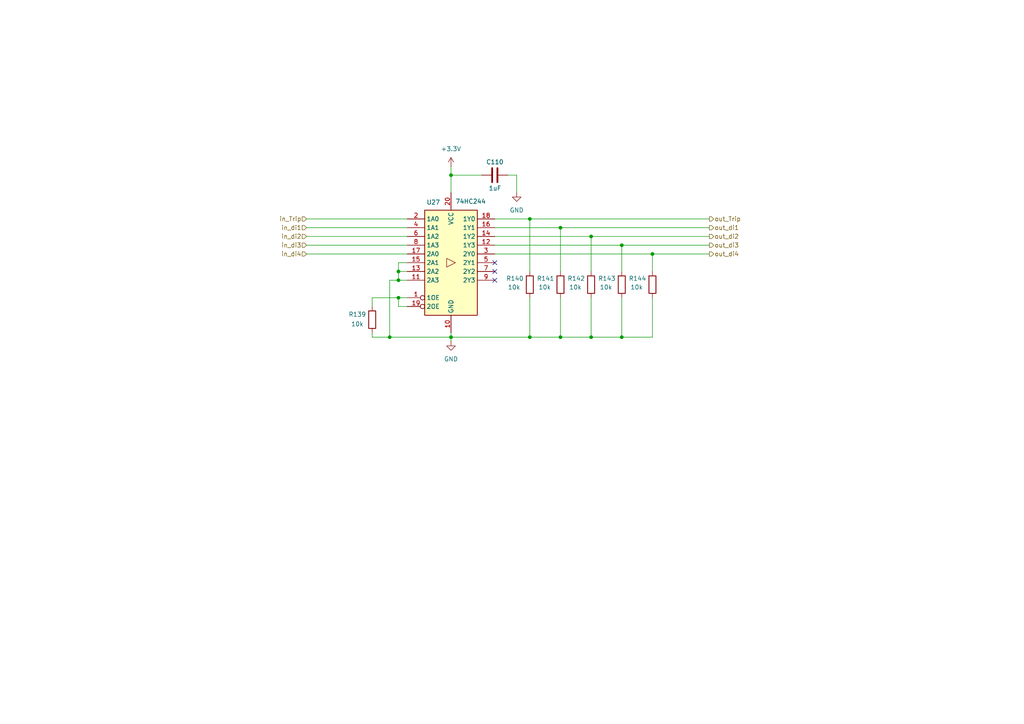
<source format=kicad_sch>
(kicad_sch (version 20231120) (generator "eeschema") (generator_version "8.0")
  (paper "A4")
  (lib_symbols
    (symbol "74xx:74HC244"
      (property "Reference" "U" (at -7.62 16.51 0))
      (property "Value" "74HC244" (at -7.62 -16.51 0))
      (symbol "74HC244_1_0"
        (polyline (pts (xy 1.27 0) (xy -1.27 1.27) (xy -1.27 -1.27) (xy 1.27 0)) (stroke (width 0.1524)))
        (pin input inverted (at -12.7 -10.16 0) (length 5.08) (name "1OE") (number "1"))
        (pin power_in line (at 0 -20.32 90) (length 5.08) (name "GND") (number "10"))
        (pin input line (at -12.7 -5.08 0) (length 5.08) (name "2A3") (number "11"))
        (pin tri_state line (at 12.7 5.08 180) (length 5.08) (name "1Y3") (number "12"))
        (pin input line (at -12.7 -2.54 0) (length 5.08) (name "2A2") (number "13"))
        (pin tri_state line (at 12.7 7.62 180) (length 5.08) (name "1Y2") (number "14"))
        (pin input line (at -12.7 0 0) (length 5.08) (name "2A1") (number "15"))
        (pin tri_state line (at 12.7 10.16 180) (length 5.08) (name "1Y1") (number "16"))
        (pin input line (at -12.7 2.54 0) (length 5.08) (name "2A0") (number "17"))
        (pin tri_state line (at 12.7 12.7 180) (length 5.08) (name "1Y0") (number "18"))
        (pin input inverted (at -12.7 -12.7 0) (length 5.08) (name "2OE") (number "19"))
        (pin input line (at -12.7 12.7 0) (length 5.08) (name "1A0") (number "2"))
        (pin power_in line (at 0 20.32 270) (length 5.08) (name "VCC") (number "20"))
        (pin tri_state line (at 12.7 2.54 180) (length 5.08) (name "2Y0") (number "3"))
        (pin input line (at -12.7 10.16 0) (length 5.08) (name "1A1") (number "4"))
        (pin tri_state line (at 12.7 0 180) (length 5.08) (name "2Y1") (number "5"))
        (pin input line (at -12.7 7.62 0) (length 5.08) (name "1A2") (number "6"))
        (pin tri_state line (at 12.7 -2.54 180) (length 5.08) (name "2Y2") (number "7"))
        (pin input line (at -12.7 5.08 0) (length 5.08) (name "1A3") (number "8"))
        (pin tri_state line (at 12.7 -5.08 180) (length 5.08) (name "2Y3") (number "9"))
      )
      (symbol "74HC244_1_1"
        (rectangle (start -7.62 15.24) (end 7.62 -15.24) (stroke (width 0.254)) (fill (type background)))
      )
    )
    (symbol "Device:C" (pin_numbers hide) (pin_names (offset 0.254))
      (property "Reference" "C" (at 0.635 2.54 0))
      (property "Value" "C" (at 0.635 -2.54 0))
      (symbol "C_0_1"
        (polyline (pts (xy -2.032 -0.762) (xy 2.032 -0.762)) (stroke (width 0.508)))
        (polyline (pts (xy -2.032 0.762) (xy 2.032 0.762)) (stroke (width 0.508)))
      )
      (symbol "C_1_1"
        (pin passive line (at 0 3.81 270) (length 2.794) (name "~") (number "1"))
        (pin passive line (at 0 -3.81 90) (length 2.794) (name "~") (number "2"))
      )
    )
    (symbol "Device:R" (pin_numbers hide) (pin_names (offset 0))
      (property "Reference" "R" (at 2.032 0 90))
      (property "Value" "R" (at 0 0 90))
      (symbol "R_0_1"
        (rectangle (start -1.016 -2.54) (end 1.016 2.54) (stroke (width 0.254)))
      )
      (symbol "R_1_1"
        (pin passive line (at 0 3.81 270) (length 1.27) (name "~") (number "1"))
        (pin passive line (at 0 -3.81 90) (length 1.27) (name "~") (number "2"))
      )
    )
    (symbol "power:+3.3V" (power) (pin_numbers hide) (pin_names (offset 0) hide)
      (property "Value" "+3.3V" (at 0 3.556 0))
      (symbol "+3.3V_0_1"
        (polyline (pts (xy -0.762 1.27) (xy 0 2.54)))
        (polyline (pts (xy 0 0) (xy 0 2.54)))
        (polyline (pts (xy 0 2.54) (xy 0.762 1.27)))
      )
      (symbol "+3.3V_1_1"
        (pin power_in line (at 0 0 90) (length 0) (name "~") (number "1"))
      )
    )
    (symbol "power:GND" (power) (pin_numbers hide) (pin_names (offset 0) hide)
      (property "Value" "GND" (at 0 -3.81 0))
      (symbol "GND_0_1"
        (polyline (pts (xy 0 0) (xy 0 -1.27) (xy 1.27 -1.27) (xy 0 -2.54) (xy -1.27 -1.27) (xy 0 -1.27)))
      )
      (symbol "GND_1_1"
        (pin power_in line (at 0 0 270) (length 0) (name "~") (number "1"))
      )
    )
  )
  (junction (at 153.67 97.79))
  (junction (at 153.67 63.5))
  (junction (at 115.57 81.28))
  (junction (at 180.34 71.12))
  (junction (at 162.56 97.79))
  (junction (at 130.81 50.8))
  (junction (at 115.57 78.74))
  (junction (at 115.57 86.36))
  (junction (at 113.03 97.79))
  (junction (at 189.23 73.66))
  (junction (at 171.45 68.58))
  (junction (at 162.56 66.04))
  (junction (at 171.45 97.79))
  (junction (at 180.34 97.79))
  (junction (at 130.81 97.79))
  (no_connect (at 143.51 81.28))
  (no_connect (at 143.51 78.74))
  (no_connect (at 143.51 76.2))
  (wire (pts (xy 162.56 86.36) (xy 162.56 97.79)))
  (wire (pts (xy 115.57 88.9) (xy 118.11 88.9)))
  (wire (pts (xy 130.81 50.8) (xy 139.7 50.8)))
  (wire (pts (xy 153.67 63.5) (xy 205.74 63.5)))
  (wire (pts (xy 180.34 71.12) (xy 205.74 71.12)))
  (wire (pts (xy 88.9 71.12) (xy 118.11 71.12)))
  (wire (pts (xy 107.95 86.36) (xy 115.57 86.36)))
  (wire (pts (xy 115.57 86.36) (xy 115.57 88.9)))
  (wire (pts (xy 118.11 86.36) (xy 115.57 86.36)))
  (wire (pts (xy 149.86 50.8) (xy 149.86 55.88)))
  (wire (pts (xy 189.23 73.66) (xy 189.23 78.74)))
  (wire (pts (xy 180.34 86.36) (xy 180.34 97.79)))
  (wire (pts (xy 162.56 97.79) (xy 171.45 97.79)))
  (wire (pts (xy 115.57 76.2) (xy 115.57 78.74)))
  (wire (pts (xy 180.34 97.79) (xy 189.23 97.79)))
  (wire (pts (xy 180.34 71.12) (xy 180.34 78.74)))
  (wire (pts (xy 143.51 71.12) (xy 180.34 71.12)))
  (wire (pts (xy 143.51 63.5) (xy 153.67 63.5)))
  (wire (pts (xy 153.67 63.5) (xy 153.67 78.74)))
  (wire (pts (xy 107.95 86.36) (xy 107.95 88.9)))
  (wire (pts (xy 107.95 97.79) (xy 113.03 97.79)))
  (wire (pts (xy 153.67 97.79) (xy 162.56 97.79)))
  (wire (pts (xy 171.45 68.58) (xy 205.74 68.58)))
  (wire (pts (xy 162.56 66.04) (xy 162.56 78.74)))
  (wire (pts (xy 115.57 81.28) (xy 118.11 81.28)))
  (wire (pts (xy 189.23 73.66) (xy 205.74 73.66)))
  (wire (pts (xy 88.9 63.5) (xy 118.11 63.5)))
  (wire (pts (xy 113.03 97.79) (xy 130.81 97.79)))
  (wire (pts (xy 130.81 48.26) (xy 130.81 50.8)))
  (wire (pts (xy 88.9 68.58) (xy 118.11 68.58)))
  (wire (pts (xy 107.95 96.52) (xy 107.95 97.79)))
  (wire (pts (xy 115.57 78.74) (xy 115.57 81.28)))
  (wire (pts (xy 143.51 73.66) (xy 189.23 73.66)))
  (wire (pts (xy 143.51 68.58) (xy 171.45 68.58)))
  (wire (pts (xy 143.51 66.04) (xy 162.56 66.04)))
  (wire (pts (xy 130.81 97.79) (xy 130.81 99.06)))
  (wire (pts (xy 118.11 76.2) (xy 115.57 76.2)))
  (wire (pts (xy 130.81 50.8) (xy 130.81 55.88)))
  (wire (pts (xy 147.32 50.8) (xy 149.86 50.8)))
  (wire (pts (xy 130.81 97.79) (xy 153.67 97.79)))
  (wire (pts (xy 113.03 81.28) (xy 113.03 97.79)))
  (wire (pts (xy 88.9 73.66) (xy 118.11 73.66)))
  (wire (pts (xy 171.45 68.58) (xy 171.45 78.74)))
  (wire (pts (xy 153.67 86.36) (xy 153.67 97.79)))
  (wire (pts (xy 189.23 86.36) (xy 189.23 97.79)))
  (wire (pts (xy 118.11 78.74) (xy 115.57 78.74)))
  (wire (pts (xy 162.56 66.04) (xy 205.74 66.04)))
  (wire (pts (xy 115.57 81.28) (xy 113.03 81.28)))
  (wire (pts (xy 171.45 97.79) (xy 180.34 97.79)))
  (wire (pts (xy 88.9 66.04) (xy 118.11 66.04)))
  (wire (pts (xy 171.45 86.36) (xy 171.45 97.79)))
  (wire (pts (xy 130.81 96.52) (xy 130.81 97.79)))
  (hierarchical_label "out_di1" (shape output) (at 205.74 66.04 0))
  (hierarchical_label "out_di2" (shape output) (at 205.74 68.58 0))
  (hierarchical_label "in_di3" (shape input) (at 88.9 71.12 180))
  (hierarchical_label "out_di4" (shape output) (at 205.74 73.66 0))
  (hierarchical_label "out_di3" (shape output) (at 205.74 71.12 0))
  (hierarchical_label "out_Trip" (shape output) (at 205.74 63.5 0))
  (hierarchical_label "in_di1" (shape input) (at 88.9 66.04 180))
  (hierarchical_label "in_di2" (shape input) (at 88.9 68.58 180))
  (hierarchical_label "in_di4" (shape input) (at 88.9 73.66 180))
  (hierarchical_label "in_Trip" (shape input) (at 88.9 63.5 180))
  (symbol (lib_id "Device:C") (at 143.51 50.8 270) (unit 1)
    (property "Reference" "C110" (at 140.97 46.99 90) (effects (justify left)))
    (property "Value" "1uF" (at 141.732 54.61 90) (effects (justify left)))
    (property "Footprint" "Capacitor_SMD:C_0805_2012Metric" (effects (hide yes)))
    (property "Description" "Unpolarized capacitor" (effects (hide yes)))
  )
  (symbol (lib_id "Device:R") (at 189.23 82.55 0) (mirror y) (unit 1)
    (property "Reference" "R144" (at 184.912 80.772 0))
    (property "Value" "10k" (at 184.658 83.312 0))
    (property "Footprint" "Resistor_SMD:R_0805_2012Metric" (effects (hide yes)))
    (property "Description" "Resistor" (effects (hide yes)))
  )
  (symbol (lib_id "power:GND") (at 149.86 55.88 0) (unit 1)
    (property "Reference" "#PWR145" (effects (hide yes)))
    (property "Value" "GND" (at 149.86 60.96 0))
    (property "Description" "Power symbol creates a global label with name \"GND\" , ground" (effects (hide yes)))
  )
  (symbol (lib_id "Device:R") (at 153.67 82.55 0) (mirror y) (unit 1)
    (property "Reference" "R140" (at 149.352 80.772 0))
    (property "Value" "10k" (at 149.098 83.312 0))
    (property "Footprint" "Resistor_SMD:R_0805_2012Metric" (effects (hide yes)))
    (property "Description" "Resistor" (effects (hide yes)))
  )
  (symbol (lib_id "power:+3.3V") (at 130.81 48.26 0) (unit 1)
    (property "Reference" "#PWR143" (effects (hide yes)))
    (property "Value" "+3.3V" (at 130.81 43.18 0))
    (property "Description" "Power symbol creates a global label with name \"+3.3V\"" (effects (hide yes)))
  )
  (symbol (lib_id "Device:R") (at 180.34 82.55 0) (mirror y) (unit 1)
    (property "Reference" "R143" (at 176.022 80.772 0))
    (property "Value" "10k" (at 175.768 83.312 0))
    (property "Footprint" "Resistor_SMD:R_0805_2012Metric" (effects (hide yes)))
    (property "Description" "Resistor" (effects (hide yes)))
  )
  (symbol (lib_id "Device:R") (at 171.45 82.55 0) (mirror y) (unit 1)
    (property "Reference" "R142" (at 167.132 80.772 0))
    (property "Value" "10k" (at 166.878 83.312 0))
    (property "Footprint" "Resistor_SMD:R_0805_2012Metric" (effects (hide yes)))
    (property "Description" "Resistor" (effects (hide yes)))
  )
  (symbol (lib_id "Device:R") (at 107.95 92.71 0) (mirror y) (unit 1)
    (property "Reference" "R139" (at 103.632 91.186 0))
    (property "Value" "10k" (at 103.632 93.98 0))
    (property "Footprint" "Resistor_SMD:R_0805_2012Metric" (effects (hide yes)))
    (property "Description" "Resistor" (effects (hide yes)))
  )
  (symbol (lib_id "Device:R") (at 162.56 82.55 0) (mirror y) (unit 1)
    (property "Reference" "R141" (at 158.242 80.772 0))
    (property "Value" "10k" (at 157.988 83.312 0))
    (property "Footprint" "Resistor_SMD:R_0805_2012Metric" (effects (hide yes)))
    (property "Description" "Resistor" (effects (hide yes)))
  )
  (symbol (lib_id "74xx:74HC244") (at 130.81 76.2 0) (unit 1)
    (property "Reference" "U27" (at 123.698 58.674 0) (effects (justify left)))
    (property "Value" "74HC244" (at 132.08 58.42 0) (effects (justify left)))
    (property "Datasheet" "https://assets.nexperia.com/documents/data-sheet/74HC_HCT244.pdf" (effects (hide yes)))
    (property "Description" "8-bit Buffer/Line Driver 3-state" (effects (hide yes)))
  )
  (symbol (lib_id "power:GND") (at 130.81 99.06 0) (unit 1)
    (property "Reference" "#PWR144" (effects (hide yes)))
    (property "Value" "GND" (at 130.81 104.14 0))
    (property "Description" "Power symbol creates a global label with name \"GND\" , ground" (effects (hide yes)))
  )
)
</source>
